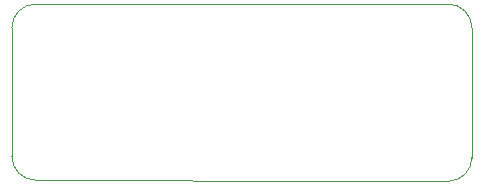
<source format=gbr>
G04 #@! TF.GenerationSoftware,KiCad,Pcbnew,(5.1.5)-3*
G04 #@! TF.CreationDate,2020-05-14T19:34:47+02:00*
G04 #@! TF.ProjectId,STRF,53545246-2e6b-4696-9361-645f70636258,rev?*
G04 #@! TF.SameCoordinates,Original*
G04 #@! TF.FileFunction,Profile,NP*
%FSLAX46Y46*%
G04 Gerber Fmt 4.6, Leading zero omitted, Abs format (unit mm)*
G04 Created by KiCad (PCBNEW (5.1.5)-3) date 2020-05-14 19:34:47*
%MOMM*%
%LPD*%
G04 APERTURE LIST*
%ADD10C,0.050000*%
G04 APERTURE END LIST*
D10*
X42000000Y-41950000D02*
X31200000Y-41918455D01*
X31200000Y-41920000D02*
X23250000Y-41900000D01*
X23250000Y-41900000D02*
G75*
G02X21250000Y-39900000I0J2000000D01*
G01*
X21250000Y-29000000D02*
G75*
G02X23250000Y-27000000I2000000J0D01*
G01*
X58200000Y-27000000D02*
G75*
G02X60200000Y-29000000I0J-2000000D01*
G01*
X60200000Y-40000000D02*
G75*
G02X58200000Y-42000000I-2000000J0D01*
G01*
X21250000Y-37500000D02*
X21250000Y-39900000D01*
X58200000Y-42000000D02*
X42000000Y-41950000D01*
X60200000Y-34500000D02*
X60200000Y-40000000D01*
X60200000Y-31600000D02*
X60200000Y-29000000D01*
X60200000Y-34500000D02*
X60200000Y-31600000D01*
X57850000Y-27000000D02*
X58200000Y-27000000D01*
X42050000Y-27000000D02*
X57850000Y-27000000D01*
X37500000Y-27000000D02*
X42050000Y-27000000D01*
X21250000Y-29600000D02*
X21250000Y-29000000D01*
X37500000Y-27000000D02*
X23250000Y-27000000D01*
X21250000Y-37500000D02*
X21250000Y-29600000D01*
M02*

</source>
